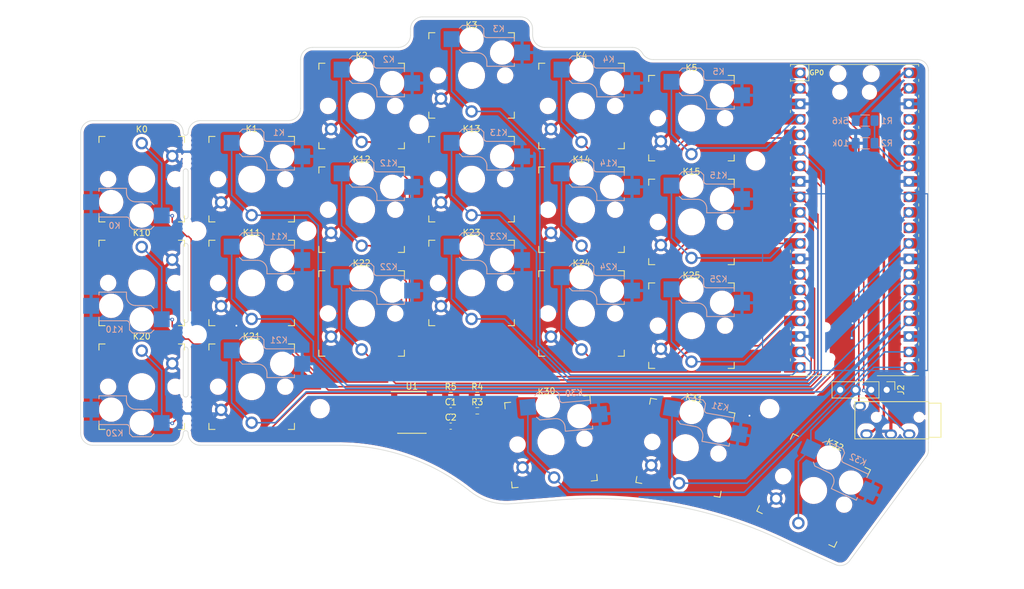
<source format=kicad_pcb>
(kicad_pcb (version 20211014) (generator pcbnew)
  (title_block (rev "rev1.0"))
  (layers (0 "F.Cu" signal) (31 "B.Cu" signal) (34 "B.Paste" user) (35 "F.Paste" user) (36 "B.SilkS" user "B.Silkscreen") (37 "F.SilkS" user "F.Silkscreen") (38 "B.Mask" user) (39 "F.Mask" user) (44 "Edge.Cuts" user))
  (net 0 "")
  (net 1 "GND")
  (net 2 "/k00")
  (net 3 "/k01")
  (net 4 "/k02")
  (net 5 "/k03")
  (net 6 "/k04")
  (net 7 "/k05")
  (net 8 "/k10")
  (net 9 "/k11")
  (net 10 "/k12")
  (net 11 "/k13")
  (net 12 "/k14")
  (net 13 "/k15")
  (net 14 "/k20")
  (net 15 "/k21")
  (net 16 "/k22")
  (net 17 "/k23")
  (net 18 "/k24")
  (net 19 "/k25")
  (net 20 "/k30")
  (net 21 "/k31")
  (net 22 "/k32")
  (net 23 "rx")
  (net 24 "tx")
  (net 25 "VBUS")
  (net 26 "vbus_sense")
  (net 28 "/SDA")
  (net 29 "/SCL")
  (net 33 "VCC")
  (net 34 "/I2C_Int")
  (net 40 "unconnected-(U2-Pad15)")
  (footprint "keyswitches:Kailh_socket_PG1350_optional" (layer "F.Cu") (at 164 94)
    (fp_text reference "K25")
    (fp_text value "KEYSW")
  )
  (footprint "keyswitches:Kailh_socket_PG1350_optional" (layer "F.Cu") (at 146 92)
    (fp_text reference "K24")
    (fp_text value "KEYSW")
  )
  (footprint "keyswitches:Kailh_socket_PG1350_optional" (layer "F.Cu") (at 92 104)
    (fp_text reference "K21")
    (fp_text value "KEYSW")
  )
  (footprint "keyswitches:Kailh_socket_PG1350_optional" (layer "F.Cu") (at 110 58)
    (fp_text reference "K2")
    (fp_text value "KEYSW")
  )
  (footprint "beekeeb_lib:MountingHole_2.2mm_M2-8mm" (layer "F.Cu") (at 103.2 107.6)
    (fp_text reference "H4" hide)
    (fp_text value "MountingHole")
  )
  (footprint "keyswitches:Kailh_socket_PG1350_optional" (layer "F.Cu") (at 74 87 180)
    (fp_text reference "K10")
    (fp_text value "KEYSW")
  )
  (footprint "RPi_Pico:RPi_Pico_SMD_TH" (layer "F.Cu") (at 190.7032 76.708)
    (fp_text reference "U2" hide)
    (fp_text value "Pico")
  )
  (footprint "keyswitches:Kailh_socket_PG1350_optional" (layer "F.Cu") (at 146 58)
    (fp_text reference "K4")
    (fp_text value "KEYSW")
  )
  (footprint "keyswitches:Kailh_socket_PG1350_optional" (layer "F.Cu") (at 110 75)
    (fp_text reference "K12")
    (fp_text value "KEYSW")
  )
  (footprint "beekeeb_lib:MountingHole_2.2mm_M2-8mm" (layer "F.Cu") (at 174.5 67)
    (fp_text reference "H2" hide)
    (fp_text value "MountingHole")
  )
  (footprint "keyswitches:Kailh_socket_PG1350_optional" (layer "F.Cu") (at 141 113 5)
    (fp_text reference "K30")
    (fp_text value "KEYSW")
  )
  (footprint "beekeeb_lib:MountingHole_2.2mm_M2-8mm" (layer "F.Cu") (at 83 95.5)
    (fp_text reference "H4" hide)
    (fp_text value "MountingHole")
  )
  (footprint "keyswitches:Kailh_socket_PG1350_optional" (layer "F.Cu") (at 92 70)
    (fp_text reference "K1")
    (fp_text value "KEYSW")
  )
  (footprint "beekeeb_lib:mousebites_2" (layer "F.Cu") (at 81.4 78.5 90)
    (fp_text reference "MB1" hide)
    (fp_text value "MountingHole" hide)
  )
  (footprint "Capacitor_SMD:C_0603_1608Metric_Pad1.08x0.95mm_HandSolder" (layer "F.Cu") (at 124.587 107.95)
    (fp_text reference "C1")
    (fp_text value "C")
  )
  (footprint "beekeeb_lib:mousebites_3" (layer "F.Cu") (at 81.4 108.4352 90)
    (fp_text reference "MB3" hide)
    (fp_text value "MountingHole" hide)
  )
  (footprint "beekeeb_lib:mousebites_2" (layer "F.Cu") (at 81.4 95.5 90)
    (fp_text reference "MB2" hide)
    (fp_text value "MountingHole" hide)
  )
  (footprint "keyswitches:Kailh_socket_PG1350_optional" (layer "F.Cu") (at 146 75)
    (fp_text reference "K14")
    (fp_text value "KEYSW")
  )
  (footprint "keyswitches:Kailh_socket_PG1350_optional" (layer "F.Cu") (at 128 87)
    (fp_text reference "K23")
    (fp_text value "KEYSW")
  )
  (footprint "keyswitches:Kailh_socket_PG1350_optional" (layer "F.Cu") (at 128 53)
    (fp_text reference "K3")
    (fp_text value "KEYSW")
  )
  (footprint "beekeeb_lib:MountingHole_2.2mm_M2-8mm" (layer "F.Cu") (at 83 78.5)
    (fp_text reference "H4" hide)
    (fp_text value "MountingHole")
  )
  (footprint "beekeeb_lib:MountingHole_2.2mm_M2-8mm" (layer "F.Cu") (at 119.4 61)
    (fp_text reference "H1" hide)
    (fp_text value "MountingHole")
  )
  (footprint "keyswitches:Kailh_socket_PG1350_optional" (layer "F.Cu") (at 110 92)
    (fp_text reference "K22")
    (fp_text value "KEYSW")
  )
  (footprint "Keebio-Parts:TRRS-PJ-320A" (layer "F.Cu") (at 202.85 109.5 -90)
    (fp_text reference "J1" hide)
    (fp_text value "TRRS")
  )
  (footprint "Capacitor_SMD:C_0603_1608Metric_Pad1.08x0.95mm_HandSolder" (layer "F.Cu") (at 124.587 110.46)
    (fp_text reference "C2")
    (fp_text value "C")
  )
  (footprint "Resistor_SMD:R_0603_1608Metric_Pad0.98x0.95mm_HandSolder" (layer "F.Cu") (at 128.937 107.95)
    (fp_text reference "R3")
    (fp_text value "R")
  )
  (footprint "keyswitches:Kailh_socket_PG1350_optional" (layer "F.Cu") (at 164 77)
    (fp_text reference "K15")
    (fp_text value "KEYSW")
  )
  (footprint "beekeeb_lib:MountingHole_2.2mm_M2-8mm" (layer "F.Cu") (at 176.8 107.6)
    (fp_text reference "H3" hide)
    (fp_text value "MountingHole")
  )
  (footprint "Resistor_SMD:R_0603_1608Metric_Pad0.98x0.95mm_HandSolder" (layer "F.Cu") (at 124.587 105.44)
    (fp_text reference "R5")
    (fp_text value "10k")
  )
  (footprint "beekeeb_lib:MountingHole_2.2mm_M2-8mm" (layer "F.Cu") (at 101 78.5)
    (fp_text reference "H1" hide)
    (fp_text value "MountingHole")
  )
  (footprint "keyswitches:Kailh_socket_PG1350_optional" (layer "F.Cu") (at 184 121 -25)
    (fp_text reference "K32")
    (fp_text value "KEYSW")
  )
  (footprint "keyswitches:Kailh_socket_PG1350_optional" (layer "F.Cu") (at 92 87)
    (fp_text reference "K11")
    (fp_text value "KEYSW")
  )
  (footprint "Connector_PinHeader_2.54mm:PinHeader_1x04_P2.54mm_Vertical" (layer "F.Cu") (at 195.961 104.521 -90)
    (fp_text reference "J2")
    (fp_text value "Conn_01x04_Male")
  )
  (footprint "Resistor_SMD:R_0603_1608Metric_Pad0.98x0.95mm_HandSolder" (layer "F.Cu") (at 128.937 105.44)
    (fp_text reference "R4")
    (fp_text value "R")
  )
  (footprint "Package_SO:SSOP-20_4.4x6.5mm_P0.65mm" (layer "F.Cu") (at 118.237 108.26)
    (fp_text reference "U1")
    (fp_text value "PCF8574")
  )
  (footprint "keyswitches:Kailh_socket_PG1350_optional" (layer "F.Cu") (at 164 60)
    (fp_text reference "K5")
    (fp_text value "KEYSW")
  )
  (footprint "beekeeb_lib:mousebites_3" (layer "F.Cu") (at 81.4 65.5352 90)
    (fp_text reference "MB4" hide)
    (fp_text value "MountingHole" hide)
  )
  (footprint "keyswitches:Kailh_socket_PG1350_optional" (layer "F.Cu") (at 74 104 180)
    (fp_text reference "K20")
    (fp_text value "KEYSW")
  )
  (footprint "keyswitches:Kailh_socket_PG1350_optional" (layer "F.Cu") (at 128 70)
    (fp_text reference "K13")
    (fp_text value "KEYSW")
  )
  (footprint "keyswitches:Kailh_socket_PG1350_optional" (layer "F.Cu") (at 74 70 180)
    (fp_text reference "K0")
    (fp_text value "KEYSW")
  )
  (footprint "keyswitches:Kailh_socket_PG1350_optional" (layer "F.Cu") (at 163 114 -10)
    (fp_text reference "K31")
    (fp_text value "KEYSW")
  )
  (footprint "Resistor_SMD:R_1206_3216Metric_Pad1.30x1.75mm_HandSolder" (layer "B.Cu") (at 192.4304 64.1096 180)
    (fp_text reference "R2")
    (fp_text value "10k")
  )
  (footprint "Resistor_SMD:R_1206_3216Metric_Pad1.30x1.75mm_HandSolder" (layer "B.Cu") (at 192.4304 60.4012)
    (fp_text reference "R1")
    (fp_text value "5k6")
  )
  (gr_rect (start 175.641 72.39) (end 202.692 101.346) (layer "B.Cu") (width 0.2) (fill none))
  (gr_line (start 81.6 97.9) (end 81.6 105.3) (layer "Edge.Cuts") (width 0.1))
  (gr_arc (start 201 50.4) (mid 202.272792 50.927208) (end 202.8 52.2) (layer "Edge.Cuts") (width 0.1))
  (gr_line (start 98 60.4) (end 83.6 60.4) (layer "Edge.Cuts") (width 0.1))
  (gr_arc (start 100 50.4) (mid 100.585786 48.985786) (end 102 48.4) (layer "Edge.Cuts") (width 0.1))
  (gr_line (start 83.6 113.6) (end 106.5 113.6) (layer "Edge.Cuts") (width 0.1))
  (gr_line (start 189.949999 132.449999) (end 202.434044 115.487896) (layer "Edge.Cuts") (width 0.1))
  (gr_arc (start 134.5 123.175) (mid 130.930967 122.788889) (end 127.75 121.125) (layer "Edge.Cuts") (width 0.1))
  (gr_arc (start 118 45.4) (mid 118.585786 43.985786) (end 120 43.4) (layer "Edge.Cuts") (width 0.1))
  (gr_arc (start 78.8 60.4) (mid 80.214214 60.985786) (end 80.8 62.4) (layer "Edge.Cuts") (width 0.1))
  (gr_line (start 201 50.4) (end 157.750002 50.399998) (layer "Edge.Cuts") (width 0.1))
  (gr_line (start 118 45.4) (end 118 46.4) (layer "Edge.Cuts") (width 0.1))
  (gr_arc (start 81.6 62.4) (mid 81.2 62.8) (end 80.8 62.4) (layer "Edge.Cuts") (width 0.1))
  (gr_line (start 138 46.4) (end 138 45.4) (layer "Edge.Cuts") (width 0.1))
  (gr_line (start 81.6 68.7) (end 81.6 76.1) (layer "Edge.Cuts") (width 0.1))
  (gr_arc (start 81.6 93.1) (mid 81.2 93.5) (end 80.8 93.1) (layer "Edge.Cuts") (width 0.1))
  (gr_arc (start 80.8 111.6) (mid 81.2 111.2) (end 81.6 111.6) (layer "Edge.Cuts") (width 0.1))
  (gr_arc (start 81.6 76.1) (mid 81.2 76.5) (end 80.8 76.1) (layer "Edge.Cuts") (width 0.1))
  (gr_arc (start 80.8 111.6) (mid 80.214214 113.014214) (end 78.8 113.6) (layer "Edge.Cuts") (width 0.1))
  (gr_line (start 80.8 97.9) (end 80.8 105.3) (layer "Edge.Cuts") (width 0.1))
  (gr_arc (start 202.8 114.4) (mid 202.70606 114.973899) (end 202.434044 115.487896) (layer "Edge.Cuts") (width 0.1))
  (gr_line (start 100 50.4) (end 100 58.4) (layer "Edge.Cuts") (width 0.1))
  (gr_arc (start 80.8 68.7) (mid 81.2 68.3) (end 81.6 68.7) (layer "Edge.Cuts") (width 0.1))
  (gr_line (start 78.8 60.4) (end 66 60.4) (layer "Edge.Cuts") (width 0.1))
  (gr_line (start 66 113.6) (end 78.8 113.6) (layer "Edge.Cuts") (width 0.1))
  (gr_arc (start 136 43.4) (mid 137.414214 43.985786) (end 138 45.4) (layer "Edge.Cuts") (width 0.1))
  (gr_arc (start 118 46.4) (mid 117.414214 47.814214) (end 116 48.4) (layer "Edge.Cuts") (width 0.1))
  (gr_arc (start 66 113.6) (mid 64.585786 113.014214) (end 64 111.6) (layer "Edge.Cuts") (width 0.1))
  (gr_line (start 202.8 114.4) (end 202.8 113.2) (layer "Edge.Cuts") (width 0.1))
  (gr_line (start 141.8 122.600001) (end 134.5 123.175) (layer "Edge.Cuts") (width 0.1))
  (gr_line (start 180.129399 129.8) (end 187.513868 133.121447) (layer "Edge.Cuts") (width 0.1))
  (gr_arc (start 83.6 113.6) (mid 82.185786 113.014214) (end 81.6 111.6) (layer "Edge.Cuts") (width 0.1))
  (gr_arc (start 140 48.4) (mid 138.585786 47.814214) (end 138 46.4) (layer "Edge.Cuts") (width 0.1))
  (gr_line (start 80.8 68.7) (end 80.8 76.1) (layer "Edge.Cuts") (width 0.1))
  (gr_arc (start 157.750002 50.399998) (mid 156.742216 50.132373) (end 156 49.4) (layer "Edge.Cuts") (width 0.1))
  (gr_line (start 64 62.4) (end 64 111.6) (layer "Edge.Cuts") (width 0.1))
  (gr_arc (start 80.8 97.9) (mid 81.2 97.5) (end 81.6 97.9) (layer "Edge.Cuts") (width 0.1))
  (gr_line (start 80.8 80.9) (end 80.8 93.1) (layer "Edge.Cuts") (width 0.1))
  (gr_arc (start 80.8 80.9) (mid 81.2 80.5) (end 81.6 80.9) (layer "Edge.Cuts") (width 0.1))
  (gr_line (start 136 43.4) (end 120 43.4) (layer "Edge.Cuts") (width 0.1))
  (gr_arc (start 64 62.4) (mid 64.585786 60.985786) (end 66 60.4) (layer "Edge.Cuts") (width 0.1))
  (gr_arc (start 106.5 113.600001) (mid 117.756229 115.57996) (end 127.75 121.125) (layer "Edge.Cuts") (width 0.1))
  (gr_line (start 116 48.4) (end 102 48.4) (layer "Edge.Cuts") (width 0.1))
  (gr_arc (start 154.3 48.4) (mid 155.286154 48.668538) (end 156 49.4) (layer "Edge.Cuts") (width 0.1))
  (gr_line (start 81.6 80.9) (end 81.6 93.1) (layer "Edge.Cuts") (width 0.1))
  (gr_line (start 202.8 113.2) (end 202.8 52.2) (layer "Edge.Cuts") (width 0.1))
  (gr_arc (start 81.6 105.3) (mid 81.2 105.7) (end 80.8 105.3) (layer "Edge.Cuts") (width 0.1))
  (gr_arc (start 100 58.4) (mid 99.414214 59.814214) (end 98 60.4) (layer "Edge.Cuts") (width 0.1))
  (gr_arc (start 81.6 62.4) (mid 82.185786 60.985786) (end 83.6 60.4) (layer "Edge.Cuts") (width 0.1))
  (gr_arc (start 189.949999 132.449999) (mid 188.858511 133.244969) (end 187.513868 133.121447) (layer "Edge.Cuts") (width 0.1))
  (gr_line (start 154.3 48.4) (end 140 48.4) (layer "Edge.Cuts") (width 0.1))
  (gr_arc (start 141.8 122.600001) (mid 161.459797 123.564333) (end 180.129399 129.8) (layer "Edge.Cuts") (width 0.1))
  (segment (start 198.682 55.118) (end 199.5932 55.118) (width 0.4) (layer "F.Cu") (net 1))
  (segment (start 193.7 111.3) (end 195.5 109.5) (width 0.4) (layer "F.Cu") (net 1))
  (segment (start 195.5 109.5) (end 195.5 58.3) (width 0.4) (layer "F.Cu") (net 1))
  (segment (start 199.5932 95.758) (end 198.3432 95.758) (width 0.4) (layer "F.Cu") (net 1))
  (segment (start 198.3432 95.758) (end 196.65 97.4512) (width 0.4) (layer "F.Cu") (net 1))
  (segment (start 192.65 111.3) (end 193.7 111.3) (width 0.4) (layer "F.Cu") (net 1))
  (segment (start 196.65 97.4512) (end 196.65 111.3) (width 0.4) (layer "F.Cu") (net 1))
  (segment (start 195.5 58.3) (end 198.682 55.118) (width 0.4) (layer "F.Cu") (net 1))
  (via (at 89.5 94) (size 0.6) (drill 0.3) (layers "F.Cu" "B.Cu") (net 1))
  (via (at 173.5 108.75) (size 0.6) (drill 0.3) (layers "F.Cu" "B.Cu") (net 1))
  (segment (start 81.125527 108.4) (end 77.99952 105.273993) (width 0.4) (layer "B.Cu") (net 1))
  (segment (start 84 67.2) (end 84 70.8) (width 0.4) (layer "B.Cu") (net 1))
  (segment (start 77.99952 105.273993) (end 77.99952 101.20048) (width 0.4) (layer "B.Cu") (net 1))
  (segment (start 87 107.8) (end 86.4 108.4) (width 0.4) (layer "B.Cu") (net 1))
  (segment (start 84 70.8) (end 87 73.8) (width 0.4) (layer "B.Cu") (net 1))
  (segment (start 82.3 65.5) (end 84 67.2) (width 0.4) (layer "B.Cu") (net 1))
  (segment (start 77.99952 101.20048) (end 79 100.2) (width 0.4) (layer "B.Cu") (net 1))
  (segment (start 79.7 65.5) (end 82.3 65.5) (width 0.4) (layer "B.Cu") (net 1))
  (segment (start 86.4 108.4) (end 81.125527 108.4) (width 0.4) (layer "B.Cu") (net 1))
  (segment (start 79 66.2) (end 79.7 65.5) (width 0.4) (layer "B.Cu") (net 1))
  (segment (start 183.532555 103.999081) (end 185.249999 102.281637) (width 0.25) (layer "F.Cu") (net 2))
  (segment (start 185.249999 102.281637) (end 185.25 71.2548) (width 0.25) (layer "F.Cu") (net 2))
  (segment (start 81.658686 79.375479) (end 82.1 79.816793) (width 0.25) (layer "F.Cu") (net 2))
  (segment (start 79 77) (end 81.375479 79.375479) (width 0.25) (layer "F.Cu") (net 2))
  (segment (start 79 76) (end 79 77) (width 0.25) (layer "F.Cu") (net 2))
  (segment (start 95.601649 94.824511) (end 104.776219 103.999081) (width 0.25) (layer "F.Cu") (net 2))
  (segment (start 82.1 91.5) (end 85.424511 94.824511) (width 0.25) (layer "F.Cu") (net 2))
  (segment (start 104.776219 103.999081) (end 183.532555 103.999081) (width 0.25) (layer "F.Cu") (net 2))
  (segment (start 185.25 71.2548) (end 181.8132 67.818) (width 0.25) (layer "F.Cu") (net 2))
  (segment (start 82.1 79.816793) (end 82.1 91.5) (width 0.25) (layer "F.Cu") (net 2))
  (segment (start 81.375479 79.375479) (end 81.658686 79.375479) (width 0.25) (layer "F.Cu") (net 2))
  (segment (start 85.424511 94.824511) (end 95.601649 94.824511) (width 0.25) (layer "F.Cu") (net 2))
  (via (at 79 76) (size 0.6) (drill 0.3) (layers "F.Cu" "B.Cu") (net 2))
  (segment (start 77.275 67.375) (end 77.275 75.95) (width 0.25) (layer "B.Cu") (net 2))
  (segment (start 78.95 75.95) (end 77.275 75.95) (width 0.25) (layer "B.Cu") (net 2))
  (segment (start 79 76) (end 78.95 75.95) (width 0.25) (layer "B.Cu") (net 2))
  (segment (start 74 64.1) (end 77.275 67.375) (width 0.25) (layer "B.Cu") (net 2))
  (segment (start 95.424521 95.424521) (end 104.548601 104.548601) (width 0.25) (layer "F.Cu") (net 3))
  (segment (start 81.664711 96.2) (end 82.489232 97.024521) (width 0.25) (layer "F.Cu") (net 3))
  (segment (start 81.1 96.2) (end 81.664711 96.2) (width 0.25) (layer "F.Cu") (net 3))
  (segment (start 104.548601 104.548601) (end 183.760173 104.548601) (width 0.25) (layer "F.Cu") (net 3))
  (segment (start 183.760173 104.548601) (end 183.854387 104.454387) (width 0.25) (layer "F.Cu") (net 3))
  (segment (start 79 94.1) (end 81.1 96.2) (width 0.25) (layer "F.Cu") (net 3))
  (segment (start 79 93) (end 79 94.1) (width 0.25) (layer "F.Cu") (net 3))
  (segment (start 183.854387 104.454387) (end 183.779387 104.529387) (width 0.25) (layer "F.Cu") (net 3))
  (segment (start 189.484 94.488) (end 190.373 93.599) (width 0.25) (layer "F.Cu") (net 3))
  (segment (start 84.531478 97.024521) (end 86.131478 95.424521) (width 0.25) (layer "F.Cu") (net 3))
  (segment (start 86.131478 95.424521) (end 95.424521 95.424521) (width 0.25) (layer "F.Cu") (net 3))
  (segment (start 189.484 98.824774) (end 189.484 94.488) (width 0.25) (layer "F.Cu") (net 3))
  (segment (start 183.854387 104.454387) (end 189.484 98.824774) (width 0.25) (layer "F.Cu") (net 3))
  (segment (start 82.489232 97.024521) (end 84.531478 97.024521) (width 0.25) (layer "F.Cu") (net 3))
  (via (at 190.373 93.599) (size 0.6) (drill 0.3) (layers "F.Cu" "B.Cu") (net 3))
  (via (at 79 93) (size 0.6) (drill 0.3) (layers "F.Cu" "B.Cu") (net 3))
  (segment (start 79 93) (end 78.95 92.95) (width 0.25) (layer "B.Cu") (net 3))
  (segment (start 190.373 89.7382) (end 190.373 93.599) (width 0.25) (layer "B.Cu") (net 3))
  (segment (start 199.5932 80.518) (end 190.373 89.7382) (width 0.25) (layer "B.Cu") (net 3))
  (segment (start 77.275 84.375) (end 74 81.1) (width 0.25) (layer "B.Cu") (net 3))
  (segment (start 77.275 92.95) (end 77.275 84.375) (width 0.25) (layer "B.Cu") (net 3))
  (segment (start 78.95 92.95) (end 77.275 92.95) (width 0.25) (layer "B.Cu") (net 3))
  (segment (start 128 58.9) (end 132.574022 58.9) (width 0.25) (layer "B.Cu") (net 5))
  (segment (start 124.725 47.05) (end 124.725 55.625) (width 0.25) (layer "B.Cu") (net 5))
  (segment (start 181.762 100.838) (end 180.5 102.1) (width 0.25) (layer "B.Cu") (net 5))
  (segment (start 139.175479 97.075479) (end 144.2 102.1) (width 0.25) (layer "B.Cu") (net 5))
  (segment (start 139.175479 65.501457) (end 139.175479 97.075479) (width 0.25) (layer "B.Cu") (net 5))
  (segment (start 144.2 102.1) (end 180.5 102.1) (width 0.25) (layer "B.Cu") (net 5))
  (segment (start 181.8132 100.838) (end 181.762 100.838) (width 0.25) (layer "B.Cu") (net 5))
  (segment (start 132.574022 58.9) (end 139.175479 65.501457) (width 0.25) (layer "B.Cu") (net 5))
  (segment (start 124.725 55.625) (end 128 58.9) (width 0.25) (layer "B.Cu") (net 5))
  (segment (start 160.15 66.25) (end 163.15 63.25) (width 0.25) (layer "F.Cu") (net 6))
  (segment (start 146 63.9) (end 148.35 66.25) (width 0.25) (layer "F.Cu") (net 6))
  (segment (start 163.15 63.25) (end 181.3012 63.25) (width 0.25) (layer "F.Cu") (net 6))
  (segment (start 148.35 66.25) (end 160.15 66.25) (width 0.25) (layer "F.Cu") (net 6))
  (segment (start 181.3012 63.25) (end 181.8132 62.738) (width 0.25) (layer "F.Cu") (net 6))
  (segment (start 142.725 52.05) (end 142.725 60.625) (width 0.25) (layer "B.Cu") (net 6))
  (segment (start 142.725 60.625) (end 146 63.9) (width 0.25) (layer "B.Cu") (net 6))
  (segment (start 160.725 54.05) (end 160.725 62.625) (width 0.25) (layer "B.Cu") (net 7))
  (segment (start 160.725 62.625) (end 164 65.9) (width 0.25) (layer "B.Cu") (net 7))
  (segment (start 176.215999 64.884001) (end 180.902 60.198) (width 0.25) (layer "B.Cu") (net 7))
  (segment (start 180.902 60.198) (end 181.8132 60.198) (width 0.25) (layer "B.Cu") (net 7))
  (segment (start 165.015999 64.884001) (end 176.215999 64.884001) (width 0.25) (layer "B.Cu") (net 7))
  (segment (start 164 65.9) (end 165.015999 64.884001) (width 0.25) (layer "B.Cu") (net 7))
  (segment (start 88.725 81.05) (end 88.725 89.625) (width 0.25) (layer "B.Cu") (net 9))
  (segment (start 199.5932 88.653898) (end 199.5932 88.138) (width 0.25) (layer "B.Cu") (net 9))
  (segment (start 183.948058 104.29904) (end 199.5932 88.653898) (width 0.25) (layer "B.Cu") (net 9))
  (segment (start 107.39904 104.29904) (end 183.948058 104.29904) (width 0.25) (layer "B.Cu") (net 9))
  (segment (start 102.1 96.577138) (end 102.1 99) (width 0.25) (layer "B.Cu") (net 9))
  (segment (start 92 92.9) (end 98.422862 92.9) (width 0.25) (layer "B.Cu") (net 9))
  (segment (start 98.422862 92.9) (end 102.1 96.577138) (width 0.25) (layer "B.Cu") (net 9))
  (segment (start 88.725 89.625) (end 92 92.9) (width 0.25) (layer "B.Cu") (net 9))
  (segment (start 102.1 99) (end 107.39904 104.29904) (width 0.25) (layer "B.Cu") (net 9))
  (segment (start 123.300041 102.900041) (end 183.077319 102.900041) (width 0.25) (layer "F.Cu") (net 10))
  (segment (start 181.822222 85.598) (end 181.8132 85.598) (width 0.25) (layer "F.Cu") (net 10))
  (segment (start 184.15096 101.8264) (end 184.15096 87.926738) (width 0.25) (layer "F.Cu") (net 10))
  (segment (start 111.43684 80.9) (end 117.3 86.76316) (width 0.25) (layer "F.Cu") (net 10))
  (segment (start 184.15096 87.926738) (end 181.822222 85.598) (width 0.25) (layer "F.Cu") (net 10))
  (segment (start 110 80.9) (end 111.43684 80.9) (width 0.25) (layer "F.Cu") (net 10))
  (segment (start 183.077319 102.900041) (end 184.15096 101.8264) (width 0.25) (layer "F.Cu") (net 10))
  (segment (start 117.3 96.9) (end 123.300041 102.900041) (width 0.25) (layer "F.Cu") (net 10))
  (segment (start 117.3 86.76316) (end 117.3 96.9) (width 0.25) (layer "F.Cu") (net 10))
  (segment (start 106.725 77.625) (end 110 80.9) (width 0.25) (layer "B.Cu") (net 10))
  (segment (start 106.725 69.05) (end 106.725 77.625) (width 0.25) (layer "B.Cu") (net 10))
  (segment (start 183.5 101.75) (end 183.5 99.9848) (width 0.25) (layer "B.Cu") (net 11))
  (segment (start 124.725 64.05) (end 124.725 72.625) (width 0.25) (layer "B.Cu") (net 11))
  (segment (start 143.972382 102.64952) (end 160.626418 102.64952) (width 0.25) (layer "B.Cu") (net 11))
  (segment (start 160.7 102.64952) (end 182.60048 102.64952) (width 0.25) (layer "B.Cu") (net 11))
  (segment (start 182.60048 102.64952) (end 183.5 101.75) (width 0.25) (layer "B.Cu") (net 11))
  (segment (start 138.62596 97.303098) (end 143.972382 102.64952) (width 0.25) (layer "B.Cu") (net 11))
  (segment (start 124.725 72.625) (end 128 75.9) (width 0.25) (layer "B.Cu") (net 11))
  (segment (start 132.574022 75.9) (end 138.625959 81.951937) (width 0.25) (layer "B.Cu") (net 11))
  (segment (start 183.5 99.9848) (end 181.8132 98.298) (width 0.25) (layer "B.Cu") (net 11))
  (segment (start 138.625959 81.951937) (end 138.62596 97.303098) (width 0.25) (layer "B.Cu") (net 11))
  (segment (start 128 75.9) (end 132.574022 75.9) (width 0.25) (layer "B.Cu") (net 11))
  (segment (start 146 80.9) (end 148.4 83.3) (width 0.25) (layer "F.Cu") (net 12))
  (segment (start 160.2 83.3) (end 162.982 80.518) (width 0.25) (layer "F.Cu") (net 12))
  (segment (start 162.982 80.518) (end 181.8132 80.518) (width 0.25) (layer "F.Cu") (net 12))
  (segment (start 148.4 83.3) (end 160.2 83.3) (width 0.25) (layer "F.Cu") (net 12))
  (segment (start 142.725 77.625) (end 146 80.9) (width 0.25) (layer "B.Cu") (net 12))
  (segment (start 142.725 69.05) (end 142.725 77.625) (width 0.25) (layer "B.Cu") (net 12))
  (segment (start 160.725 79.625) (end 164 82.9) (width 0.25) (layer "B.Cu") (net 13))
  (segment (start 176.8912 82.9) (end 181.8132 77.978) (width 0.25) (layer "B.Cu") (net 13))
  (segment (start 160.725 71.05) (end 160.725 79.625) (width 0.25) (layer "B.Cu") (net 13))
  (segment (start 164 82.9) (end 176.8912 82.9) (width 0.25) (layer "B.Cu") (net 13))
  (segment (start 88.725 106.625) (end 92 109.9) (width 0.25) (layer "B.Cu") (net 15))
  (segment (start 185.42264 104.84856) (end 199.5932 90.678) (width 0.25) (layer "B.Cu") (net 15))
  (segment (start 100.95144 104.84856) (end 185.42264 104.84856) (width 0.25) (layer "B.Cu") (net 15))
  (segment (start 88.725 98.05) (end 88.725 106.625) (width 0.25) (layer "B.Cu") (net 15))
  (segment (start 95.9 109.9) (end 100.95144 104.84856) (width 0.25) (layer "B.Cu") (net 15))
  (segment (start 92 109.9) (end 95.9 109.9) (width 0.25) (layer "B.Cu") (net 15))
  (segment (start 183.304937 103.449561) (end 184.70048 102.054018) (width 0.25) (layer "F.Cu") (net 16))
  (segment (start 184.70048 75.78528) (end 181.8132 72.898) (width 0.25) (layer "F.Cu") (net 16))
  (segment (start 115.549561 103.449561) (end 183.304937 103.449561) (width 0.25) (layer "F.Cu") (net 16))
  (segment (start 110 97.9) (end 115.549561 103.449561) (width 0.25) (layer "F.Cu") (net 16))
  (segment (start 184.70048 102.054018) (end 184.70048 75.78528) (width 0.25) (layer "F.Cu") (net 16))
  (segment (start 106.725 94.625) (end 110 97.9) (width 0.25) (layer "B.Cu") (net 16))
  (segment (start 106.725 86.05) (end 106.725 94.625) (width 0.25) (layer "B.Cu") (net 16))
  (segment (start 124.725 89.625) (end 128 92.9) (width 0.25) (layer "B.Cu") (net 17))
  (segment (start 184.70048 78.32528) (end 181.8132 75.438) (width 0.25) (layer "B.Cu") (net 17))
  (segment (start 143.7 103.2) (end 182.976924 103.2) (width 0.25) (layer "B.Cu") (net 17))
  (segment (start 128 92.9) (end 133.4 92.9) (width 0.25) (layer "B.Cu") (net 17))
  (segment (start 124.725 81.05) (end 124.725 89.625) (width 0.25) (layer "B.Cu") (net 17))
  (segment (start 133.4 92.9) (end 143.7 103.2) (width 0.25) (layer "B.Cu") (net 17))
  (segment (start 184.70048 101.476444) (end 184.70048 78.32528) (width 0.25) (layer "B.Cu") (net 17))
  (segment (start 182.976924 103.2) (end 184.70048 101.476444) (width 0.25) (layer "B.Cu") (net 17))
  (segment (start 160.15 100.25) (end 163.1 97.3) (width 0.25) (layer "F.Cu") (net 18))
  (segment (start 148.35 100.25) (end 160.15 100.25) (width 0.25) (layer "F.Cu") (net 18))
  (segment (start 179.082 93.218) (end 181.8132 93.218) (width 0.25) (layer "F.Cu") (net 18))
  (segment (start 146 97.9) (end 148.35 100.25) (width 0.25) (layer "F.Cu") (net 18))
  (segment (start 175 97.3) (end 179.082 93.218) (width 0.25) (layer "F.Cu") (net 18))
  (segment (start 163.1 97.3) (end 175 97.3) (width 0.25) (layer "F.Cu") (net 18))
  (segment (start 142.725 86.05) (end 142.725 94.625) (width 0.25) (layer "B.Cu") (net 18))
  (segment (start 142.725 94.625) (end 146 97.9) (width 0.25) (layer "B.Cu") (net 18))
  (segment (start 107.626657 103.749519) (end 183.204543 103.749519) (width 0.25) (layer "B.Cu") (net 19))
  (segment (start 101.2 75.9) (end 102.9 77.6) (width 0.25) (layer "B.Cu") (net 19))
  (segment (start 160.725 88.05) (end 160.725 96.625) (width 0.25) (layer "B.Cu") (net 19))
  (segment (start 183.204543 103.749519) (end 185.25 101.704062) (width 0.25) (layer "B.Cu") (net 19))
  (segment (start 164 99.9) (end 172.5912 99.9) (width 0.25) (layer "B.Cu") (net 19))
  (segment (start 172.5912 99.9) (end 181.8132 90.678) (width 0.25) (layer "B.Cu") (net 19))
  (segment (start 102.9 77.6) (end 102.9 99.022862) (width 0.25) (layer "B.Cu") (net 19))
  (segment (start 88.725 64.05) (end 88.725 72.625) (width 0.25) (layer "B.Cu") (net 19))
  (segment (start 185.25 68.7148) (end 181.8132 65.278) (width 0.25) (layer "B.Cu") (net 19))
  (segment (start 88.725 72.625) (end 92 75.9) (width 0.25) (layer "B.Cu") (net 19))
  (segment (start 92 75.9) (end 101.2 75.9) (width 0.25) (layer "B.Cu") (net 19))
  (segment (start 160.725 96.625) (end 164 99.9) (width 0.25) (layer "B.Cu") (net 19))
  (segment (start 102.9 99.022862) (end 107.626657 103.749519) (width 0.25) (layer "B.Cu") (net 19))
  (segment (start 185.25 101.704062) (end 185.25 68.7148) (width 0.25) (layer "B.Cu") (net 19))
  (segment (start 141.514219 118.877549) (end 143.93667 121.3) (width 0.25) (layer "B.Cu") (net 20))
  (segment (start 199.5932 93.3068) (end 173.089634 119.810366) (width 0.25) (layer "B.Cu") (net 20))
  (segment (start 199.5932 93.218) (end 199.5932 93.3068) (width 0.25) (layer "B.Cu") (net 20))
  (segment (start 161.975476 119.810366) (end 160.807961 118.642851) (width 0.25) (layer "B.Cu") (net 20))
  (segment (start 195.624862 98.298) (end 199.5932 98.298) (width 0.25) (layer "B.Cu") (net 20))
  (segment (start 141.514219 118.877549) (end 140.63667 118) (width 0.25) (layer "B.Cu") (net 20))
  (segment (start 173.089634 119.810366) (end 161.975476 119.810366) (width 0.25) (layer "B.Cu") (net 20))
  (segment (start 143.93667 121.3) (end 172.622862 121.3) (width 0.25) (layer "B.Cu") (net 20))
  (segment (start 137.218886 114.718886) (end 137.218886 107.358077) (width 0.25) (layer "B.Cu") (net 20))
  (segment (start 160.807961 118.642851) (end 160.807961 107.571696) (width 0.25) (layer "B.Cu") (net 20))
  (segment (start 140.5 118) (end 137.218886 114.718886) (width 0.25) (layer "B.Cu") (net 20))
  (segment (start 140.63667 118) (end 140.5 118) (width 0.25) (layer "B.Cu") (net 20))
  (segment (start 172.622862 121.3) (end 195.624862 98.298) (width 0.25) (layer "B.Cu") (net 20))
  (segment (start 191.55 106.7) (end 191.4 106.55) (width 0.25) (layer "F.Cu") (net 23))
  (segment (start 182.022222 55.118) (end 181.8132 55.118) (width 0.25) (layer "F.Cu") (net 23))
  (segment (start 191.4 64.495778) (end 182.022222 55.118) (width 0.25) (layer "F.Cu") (net 23))
  (segment (start 191.4 106.55) (end 191.4 64.495778) (width 0.25) (layer "F.Cu") (net 23))
  (segment (start 181.506552 116.263263) (end 183.546421 114.223394) (width 0.25) (layer "B.Cu") (net 23))
  (segment (start 181.506552 126.347216) (end 181.506552 116.263263) (width 0.25) (layer "B.Cu") (net 23))
  (segment (start 183.546421 114.223394) (end 183.546421 111.153579) (width 0.25) (layer "B.Cu") (net 23))
  (segment (start 183.546421 111.153579) (end 193.862 100.838) (width 0.25) (layer "B.Cu") (net 23))
  (segment (start 193.862 100.838) (end 199.5932 100.838) (width 0.25) (layer "B.Cu") (net 23))
  (segment (start 181.8132 52.578) (end 192.2 62.9648) (width 0.25) (layer "F.Cu") (net 24))
  (segment (start 192.2 62.9648) (end 192.2 104.6) (width 0.25) (layer "F.Cu") (net 24))
  (via (at 192.2 104.6) (size 0.6) (drill 0.3) (layers "F.Cu" "B.Cu") (net 24))
  (segment (start 198.9 111.3) (end 199.65 111.3) (width 0.25) (layer "B.Cu") (net 24))
  (segment (start 192.2 104.6) (end 198.9 111.3) (width 0.25) (layer "B.Cu") (net 24))
  (segment (start 198.7036 52.578) (end 190.8804 60.4012) (width 0.4) (layer "B.Cu") (net 25))
  (segment (start 199.5932 52.578) (end 198.7036 52.578) (width 0.4) (layer "B.Cu") (net 25))
  (segment (start 193.9804 60.4012) (end 193.9804 64.1096) (width 0.25) (layer "B.Cu") (net 26))
  (segment (start 197.6888 67.818) (end 193.9804 64.1096) (width 0.25) (layer "B.Cu") (net 26))
  (segment (start 199.5932 67.818) (end 197.6888 67.818) (width 0.25) (layer "B.Cu") (net 26))
  (segment (start 198.3182 76.713) (end 198.3182 77.1448) (width 0.25) (layer "B.Cu") (net 28))
  (segment (start 199.5932 75.438) (end 198.3182 76.713) (width 0.25) (layer "B.Cu") (net 28))
  (segment (start 198.3182 77.1448) (end 198.3182 78.4148) (width 0.25) (layer "B.Cu") (net 28))
  (segment (start 94.2 111.8) (end 100.901879 105.098121) (width 0.25) (layer "F.Cu") (net 34))
  (segment (start 100.901879 105.098121) (end 183.987791 105.098121) (width 0.25) (layer "F.Cu") (net 34))
  (segment (start 190.246 98.839912) (end 190.246 96.012) (width 0.25) (layer "F.Cu") (net 34))
  (segment (start 88.05 111.8) (end 94.2 111.8) (width 0.25) (layer "F.Cu") (net 34))
  (segment (start 183.987791 105.098121) (end 190.246 98.839912) (width 0.25) (layer "F.Cu") (net 34))
  (segment (start 80.6 108.4) (end 84.65 108.4) (width 0.25) (layer "F.Cu") (net 34))
  (segment (start 79 110) (end 80.6 108.4) (width 0.25) (layer "F.Cu") (net 34))
  (segment (start 84.65 108.4) (end 88.05 111.8) (width 0.25) (layer "F.Cu") (net 34))
  (via (at 190.246 96.012) (size 0.6) (drill 0.3) (layers "F.Cu" "B.Cu") (net 34))
  (via (at 79 110) (size 0.6) (drill 0.3) (layers "F.Cu" "B.Cu") (net 34))
  (segment (start 79 110) (end 78.95 109.95) (width 0.25) (layer "B.Cu") (net 34))
  (segment (start 199.5932 85.598) (end 190.246 94.9452) (width 0.25) (layer "B.Cu") (net 34))
  (segment (start 77.275 101.375) (end 74 98.1) (width 0.25) (layer "B.Cu") (net 34))
  (segment (start 78.95 109.95) (end 77.275 109.95) (width 0.25) (layer "B.Cu") (net 34))
  (segment (start 190.246 94.9452) (end 190.246 96.012) (width 0.25) (layer "B.Cu") (net 34))
  (segment (start 77.275 109.95) (end 77.275 101.375) (width 0.25) (layer "B.Cu") (net 34))
  (segment (start 117.84952 96.34952) (end 123.850521 102.350521) (width 0.25) (layer "F.Cu") (net 40))
  (segment (start 117.849519 70.312679) (end 117.84952 96.34952) (width 0.25) (layer "F.Cu") (net 40))
  (segment (start 110 63.9) (end 111.43684 63.9) (width 0.25) (layer "F.Cu") (net 40))
  (segment (start 183.60144 89.92624) (end 181.8132 88.138) (width 0.25) (layer "F.Cu") (net 40))
  (segment (start 111.43684 63.9) (end 117.849519 70.312679) (width 0.25) (layer "F.Cu") (net 40))
  (segment (start 183.60144 101.590008) (end 183.60144 89.92624) (width 0.25) (layer "F.Cu") (net 40))
  (segment (start 182.849701 102.350521) (end 183.600111 101.600111) (width 0.25) (layer "F.Cu") (net 40))
  (segment (start 123.850521 102.350521) (end 182.849701 102.350521) (width 0.25) (layer "F.Cu") (net 40))
  (segment (start 106.725 60.625) (end 110 63.9) (width 0.25) (layer "B.Cu") (net 40))
  (segment (start 106.725 52.05) (end 106.725 60.625) (width 0.25) (layer "B.Cu") (net 40))
  (zone (net 1) (net_name "GND") (layers F&B.Cu) (connect_pads (clearance 0.508)) (min_thickness 0.25) (fill yes (thermal_gap 0.508) (thermal_bridge_width 0.508))
    (polygon (pts (xy 218.44 137.16) (xy 50.8 137.16) (xy 50.8 40.64) (xy 218.44 40.64)))
  )
)
</source>
